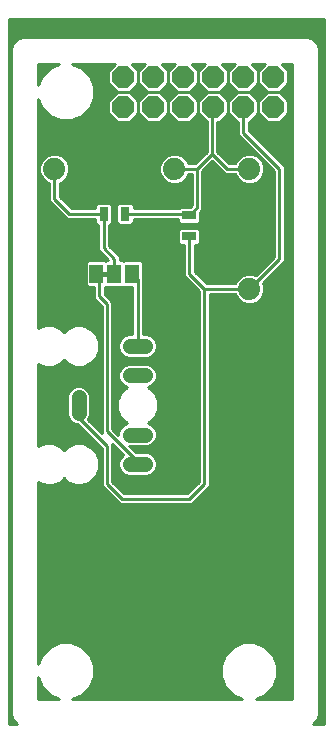
<source format=gtl>
G75*
%MOIN*%
%OFA0B0*%
%FSLAX25Y25*%
%IPPOS*%
%LPD*%
%AMOC8*
5,1,8,0,0,1.08239X$1,22.5*
%
%ADD10C,0.05118*%
%ADD11C,0.07400*%
%ADD12OC8,0.07400*%
%ADD13R,0.03150X0.04724*%
%ADD14R,0.04724X0.03150*%
%ADD15R,0.04600X0.06300*%
%ADD16C,0.01600*%
%ADD17C,0.01000*%
D10*
X0046689Y0093075D02*
X0051807Y0093075D01*
X0051807Y0102917D02*
X0046689Y0102917D01*
X0046689Y0122602D02*
X0051807Y0122602D01*
X0051807Y0132445D02*
X0046689Y0132445D01*
X0029563Y0115319D02*
X0029563Y0110201D01*
D11*
X0021500Y0191500D03*
X0061500Y0191500D03*
X0086500Y0191500D03*
X0086500Y0151500D03*
D12*
X0084453Y0212091D03*
X0084453Y0222091D03*
X0074453Y0222091D03*
X0074453Y0212091D03*
X0064453Y0212091D03*
X0064453Y0222091D03*
X0054453Y0222091D03*
X0054453Y0212091D03*
X0044453Y0212091D03*
X0044453Y0222091D03*
X0094453Y0222091D03*
X0094453Y0212091D03*
D13*
X0045043Y0176500D03*
X0037957Y0176500D03*
D14*
X0066500Y0176043D03*
X0066500Y0168957D03*
D15*
X0047500Y0156500D03*
X0041500Y0156500D03*
X0035500Y0156500D03*
D16*
X0036500Y0156500D02*
X0041500Y0156500D01*
D17*
X0009151Y0006500D02*
X0006500Y0006500D01*
X0006500Y0241500D01*
X0111500Y0241500D01*
X0111500Y0006500D01*
X0107550Y0006500D01*
X0107750Y0006583D01*
X0109016Y0007849D01*
X0109701Y0009503D01*
X0109701Y0231765D01*
X0109016Y0233419D01*
X0107750Y0234685D01*
X0106096Y0235370D01*
X0010605Y0235370D01*
X0008951Y0234685D01*
X0007685Y0233419D01*
X0007000Y0231765D01*
X0007000Y0009503D01*
X0007685Y0007849D01*
X0008951Y0006583D01*
X0009151Y0006500D01*
X0008132Y0007402D02*
X0006500Y0007402D01*
X0006500Y0008400D02*
X0007457Y0008400D01*
X0007043Y0009399D02*
X0006500Y0009399D01*
X0006500Y0010397D02*
X0007000Y0010397D01*
X0007000Y0011396D02*
X0006500Y0011396D01*
X0006500Y0012394D02*
X0007000Y0012394D01*
X0007000Y0013393D02*
X0006500Y0013393D01*
X0006500Y0014391D02*
X0007000Y0014391D01*
X0007000Y0015390D02*
X0006500Y0015390D01*
X0006500Y0016388D02*
X0007000Y0016388D01*
X0007000Y0017387D02*
X0006500Y0017387D01*
X0006500Y0018385D02*
X0007000Y0018385D01*
X0007000Y0019384D02*
X0006500Y0019384D01*
X0006500Y0020382D02*
X0007000Y0020382D01*
X0007000Y0021381D02*
X0006500Y0021381D01*
X0006500Y0022379D02*
X0007000Y0022379D01*
X0007000Y0023378D02*
X0006500Y0023378D01*
X0006500Y0024376D02*
X0007000Y0024376D01*
X0007000Y0025375D02*
X0006500Y0025375D01*
X0006500Y0026373D02*
X0007000Y0026373D01*
X0007000Y0027372D02*
X0006500Y0027372D01*
X0006500Y0028370D02*
X0007000Y0028370D01*
X0007000Y0029369D02*
X0006500Y0029369D01*
X0006500Y0030368D02*
X0007000Y0030368D01*
X0007000Y0031366D02*
X0006500Y0031366D01*
X0006500Y0032365D02*
X0007000Y0032365D01*
X0007000Y0033363D02*
X0006500Y0033363D01*
X0006500Y0034362D02*
X0007000Y0034362D01*
X0007000Y0035360D02*
X0006500Y0035360D01*
X0006500Y0036359D02*
X0007000Y0036359D01*
X0007000Y0037357D02*
X0006500Y0037357D01*
X0006500Y0038356D02*
X0007000Y0038356D01*
X0007000Y0039354D02*
X0006500Y0039354D01*
X0006500Y0040353D02*
X0007000Y0040353D01*
X0007000Y0041351D02*
X0006500Y0041351D01*
X0006500Y0042350D02*
X0007000Y0042350D01*
X0007000Y0043348D02*
X0006500Y0043348D01*
X0006500Y0044347D02*
X0007000Y0044347D01*
X0007000Y0045345D02*
X0006500Y0045345D01*
X0006500Y0046344D02*
X0007000Y0046344D01*
X0007000Y0047342D02*
X0006500Y0047342D01*
X0006500Y0048341D02*
X0007000Y0048341D01*
X0007000Y0049339D02*
X0006500Y0049339D01*
X0006500Y0050338D02*
X0007000Y0050338D01*
X0007000Y0051336D02*
X0006500Y0051336D01*
X0006500Y0052335D02*
X0007000Y0052335D01*
X0007000Y0053333D02*
X0006500Y0053333D01*
X0006500Y0054332D02*
X0007000Y0054332D01*
X0007000Y0055330D02*
X0006500Y0055330D01*
X0006500Y0056329D02*
X0007000Y0056329D01*
X0007000Y0057327D02*
X0006500Y0057327D01*
X0006500Y0058326D02*
X0007000Y0058326D01*
X0007000Y0059324D02*
X0006500Y0059324D01*
X0006500Y0060323D02*
X0007000Y0060323D01*
X0007000Y0061321D02*
X0006500Y0061321D01*
X0006500Y0062320D02*
X0007000Y0062320D01*
X0007000Y0063318D02*
X0006500Y0063318D01*
X0006500Y0064317D02*
X0007000Y0064317D01*
X0007000Y0065315D02*
X0006500Y0065315D01*
X0006500Y0066314D02*
X0007000Y0066314D01*
X0007000Y0067312D02*
X0006500Y0067312D01*
X0006500Y0068311D02*
X0007000Y0068311D01*
X0007000Y0069309D02*
X0006500Y0069309D01*
X0006500Y0070308D02*
X0007000Y0070308D01*
X0007000Y0071306D02*
X0006500Y0071306D01*
X0006500Y0072305D02*
X0007000Y0072305D01*
X0007000Y0073303D02*
X0006500Y0073303D01*
X0006500Y0074302D02*
X0007000Y0074302D01*
X0007000Y0075301D02*
X0006500Y0075301D01*
X0006500Y0076299D02*
X0007000Y0076299D01*
X0007000Y0077298D02*
X0006500Y0077298D01*
X0006500Y0078296D02*
X0007000Y0078296D01*
X0007000Y0079295D02*
X0006500Y0079295D01*
X0006500Y0080293D02*
X0007000Y0080293D01*
X0007000Y0081292D02*
X0006500Y0081292D01*
X0006500Y0082290D02*
X0007000Y0082290D01*
X0007000Y0083289D02*
X0006500Y0083289D01*
X0006500Y0084287D02*
X0007000Y0084287D01*
X0007000Y0085286D02*
X0006500Y0085286D01*
X0006500Y0086284D02*
X0007000Y0086284D01*
X0007000Y0087283D02*
X0006500Y0087283D01*
X0006500Y0088281D02*
X0007000Y0088281D01*
X0007000Y0089280D02*
X0006500Y0089280D01*
X0006500Y0090278D02*
X0007000Y0090278D01*
X0007000Y0091277D02*
X0006500Y0091277D01*
X0006500Y0092275D02*
X0007000Y0092275D01*
X0007000Y0093274D02*
X0006500Y0093274D01*
X0006500Y0094272D02*
X0007000Y0094272D01*
X0007000Y0095271D02*
X0006500Y0095271D01*
X0006500Y0096269D02*
X0007000Y0096269D01*
X0007000Y0097268D02*
X0006500Y0097268D01*
X0006500Y0098266D02*
X0007000Y0098266D01*
X0007000Y0099265D02*
X0006500Y0099265D01*
X0006500Y0100263D02*
X0007000Y0100263D01*
X0007000Y0101262D02*
X0006500Y0101262D01*
X0006500Y0102260D02*
X0007000Y0102260D01*
X0007000Y0103259D02*
X0006500Y0103259D01*
X0006500Y0104257D02*
X0007000Y0104257D01*
X0007000Y0105256D02*
X0006500Y0105256D01*
X0006500Y0106254D02*
X0007000Y0106254D01*
X0007000Y0107253D02*
X0006500Y0107253D01*
X0006500Y0108251D02*
X0007000Y0108251D01*
X0007000Y0109250D02*
X0006500Y0109250D01*
X0006500Y0110248D02*
X0007000Y0110248D01*
X0007000Y0111247D02*
X0006500Y0111247D01*
X0006500Y0112245D02*
X0007000Y0112245D01*
X0007000Y0113244D02*
X0006500Y0113244D01*
X0006500Y0114242D02*
X0007000Y0114242D01*
X0007000Y0115241D02*
X0006500Y0115241D01*
X0006500Y0116239D02*
X0007000Y0116239D01*
X0007000Y0117238D02*
X0006500Y0117238D01*
X0006500Y0118237D02*
X0007000Y0118237D01*
X0007000Y0119235D02*
X0006500Y0119235D01*
X0006500Y0120234D02*
X0007000Y0120234D01*
X0007000Y0121232D02*
X0006500Y0121232D01*
X0006500Y0122231D02*
X0007000Y0122231D01*
X0007000Y0123229D02*
X0006500Y0123229D01*
X0006500Y0124228D02*
X0007000Y0124228D01*
X0007000Y0125226D02*
X0006500Y0125226D01*
X0006500Y0126225D02*
X0007000Y0126225D01*
X0007000Y0127223D02*
X0006500Y0127223D01*
X0006500Y0128222D02*
X0007000Y0128222D01*
X0007000Y0129220D02*
X0006500Y0129220D01*
X0006500Y0130219D02*
X0007000Y0130219D01*
X0007000Y0131217D02*
X0006500Y0131217D01*
X0006500Y0132216D02*
X0007000Y0132216D01*
X0007000Y0133214D02*
X0006500Y0133214D01*
X0006500Y0134213D02*
X0007000Y0134213D01*
X0007000Y0135211D02*
X0006500Y0135211D01*
X0006500Y0136210D02*
X0007000Y0136210D01*
X0007000Y0137208D02*
X0006500Y0137208D01*
X0006500Y0138207D02*
X0007000Y0138207D01*
X0007000Y0139205D02*
X0006500Y0139205D01*
X0006500Y0140204D02*
X0007000Y0140204D01*
X0007000Y0141202D02*
X0006500Y0141202D01*
X0006500Y0142201D02*
X0007000Y0142201D01*
X0007000Y0143199D02*
X0006500Y0143199D01*
X0006500Y0144198D02*
X0007000Y0144198D01*
X0007000Y0145196D02*
X0006500Y0145196D01*
X0006500Y0146195D02*
X0007000Y0146195D01*
X0007000Y0147193D02*
X0006500Y0147193D01*
X0006500Y0148192D02*
X0007000Y0148192D01*
X0007000Y0149190D02*
X0006500Y0149190D01*
X0006500Y0150189D02*
X0007000Y0150189D01*
X0007000Y0151187D02*
X0006500Y0151187D01*
X0006500Y0152186D02*
X0007000Y0152186D01*
X0007000Y0153184D02*
X0006500Y0153184D01*
X0006500Y0154183D02*
X0007000Y0154183D01*
X0007000Y0155181D02*
X0006500Y0155181D01*
X0006500Y0156180D02*
X0007000Y0156180D01*
X0007000Y0157178D02*
X0006500Y0157178D01*
X0006500Y0158177D02*
X0007000Y0158177D01*
X0007000Y0159175D02*
X0006500Y0159175D01*
X0006500Y0160174D02*
X0007000Y0160174D01*
X0007000Y0161172D02*
X0006500Y0161172D01*
X0006500Y0162171D02*
X0007000Y0162171D01*
X0007000Y0163170D02*
X0006500Y0163170D01*
X0006500Y0164168D02*
X0007000Y0164168D01*
X0007000Y0165167D02*
X0006500Y0165167D01*
X0006500Y0166165D02*
X0007000Y0166165D01*
X0007000Y0167164D02*
X0006500Y0167164D01*
X0006500Y0168162D02*
X0007000Y0168162D01*
X0007000Y0169161D02*
X0006500Y0169161D01*
X0006500Y0170159D02*
X0007000Y0170159D01*
X0007000Y0171158D02*
X0006500Y0171158D01*
X0006500Y0172156D02*
X0007000Y0172156D01*
X0007000Y0173155D02*
X0006500Y0173155D01*
X0006500Y0174153D02*
X0007000Y0174153D01*
X0007000Y0175152D02*
X0006500Y0175152D01*
X0006500Y0176150D02*
X0007000Y0176150D01*
X0007000Y0177149D02*
X0006500Y0177149D01*
X0006500Y0178147D02*
X0007000Y0178147D01*
X0007000Y0179146D02*
X0006500Y0179146D01*
X0006500Y0180144D02*
X0007000Y0180144D01*
X0007000Y0181143D02*
X0006500Y0181143D01*
X0006500Y0182141D02*
X0007000Y0182141D01*
X0007000Y0183140D02*
X0006500Y0183140D01*
X0006500Y0184138D02*
X0007000Y0184138D01*
X0007000Y0185137D02*
X0006500Y0185137D01*
X0006500Y0186135D02*
X0007000Y0186135D01*
X0007000Y0187134D02*
X0006500Y0187134D01*
X0006500Y0188132D02*
X0007000Y0188132D01*
X0007000Y0189131D02*
X0006500Y0189131D01*
X0006500Y0190129D02*
X0007000Y0190129D01*
X0007000Y0191128D02*
X0006500Y0191128D01*
X0006500Y0192126D02*
X0007000Y0192126D01*
X0007000Y0193125D02*
X0006500Y0193125D01*
X0006500Y0194123D02*
X0007000Y0194123D01*
X0007000Y0195122D02*
X0006500Y0195122D01*
X0006500Y0196120D02*
X0007000Y0196120D01*
X0007000Y0197119D02*
X0006500Y0197119D01*
X0006500Y0198117D02*
X0007000Y0198117D01*
X0007000Y0199116D02*
X0006500Y0199116D01*
X0006500Y0200114D02*
X0007000Y0200114D01*
X0007000Y0201113D02*
X0006500Y0201113D01*
X0006500Y0202111D02*
X0007000Y0202111D01*
X0007000Y0203110D02*
X0006500Y0203110D01*
X0006500Y0204108D02*
X0007000Y0204108D01*
X0007000Y0205107D02*
X0006500Y0205107D01*
X0006500Y0206105D02*
X0007000Y0206105D01*
X0007000Y0207104D02*
X0006500Y0207104D01*
X0006500Y0208103D02*
X0007000Y0208103D01*
X0007000Y0209101D02*
X0006500Y0209101D01*
X0006500Y0210100D02*
X0007000Y0210100D01*
X0007000Y0211098D02*
X0006500Y0211098D01*
X0006500Y0212097D02*
X0007000Y0212097D01*
X0007000Y0213095D02*
X0006500Y0213095D01*
X0006500Y0214094D02*
X0007000Y0214094D01*
X0007000Y0215092D02*
X0006500Y0215092D01*
X0006500Y0216091D02*
X0007000Y0216091D01*
X0007000Y0217089D02*
X0006500Y0217089D01*
X0006500Y0218088D02*
X0007000Y0218088D01*
X0007000Y0219086D02*
X0006500Y0219086D01*
X0006500Y0220085D02*
X0007000Y0220085D01*
X0007000Y0221083D02*
X0006500Y0221083D01*
X0006500Y0222082D02*
X0007000Y0222082D01*
X0007000Y0223080D02*
X0006500Y0223080D01*
X0006500Y0224079D02*
X0007000Y0224079D01*
X0007000Y0225077D02*
X0006500Y0225077D01*
X0006500Y0226076D02*
X0007000Y0226076D01*
X0007000Y0227074D02*
X0006500Y0227074D01*
X0006500Y0228073D02*
X0007000Y0228073D01*
X0007000Y0229071D02*
X0006500Y0229071D01*
X0006500Y0230070D02*
X0007000Y0230070D01*
X0007000Y0231068D02*
X0006500Y0231068D01*
X0006500Y0232067D02*
X0007125Y0232067D01*
X0007539Y0233065D02*
X0006500Y0233065D01*
X0006500Y0234064D02*
X0008330Y0234064D01*
X0009862Y0235062D02*
X0006500Y0235062D01*
X0006500Y0236061D02*
X0111500Y0236061D01*
X0111500Y0237059D02*
X0006500Y0237059D01*
X0006500Y0238058D02*
X0111500Y0238058D01*
X0111500Y0239056D02*
X0006500Y0239056D01*
X0006500Y0240055D02*
X0111500Y0240055D01*
X0111500Y0241053D02*
X0006500Y0241053D01*
X0016000Y0226370D02*
X0016000Y0219316D01*
X0017289Y0222429D01*
X0019941Y0225081D01*
X0023054Y0226370D01*
X0016000Y0226370D01*
X0016000Y0226076D02*
X0022343Y0226076D01*
X0019937Y0225077D02*
X0016000Y0225077D01*
X0016000Y0224079D02*
X0018939Y0224079D01*
X0017940Y0223080D02*
X0016000Y0223080D01*
X0016000Y0222082D02*
X0017145Y0222082D01*
X0016732Y0221083D02*
X0016000Y0221083D01*
X0016000Y0220085D02*
X0016318Y0220085D01*
X0016000Y0214865D02*
X0017289Y0211752D01*
X0019941Y0209100D01*
X0023405Y0207666D01*
X0027154Y0207666D01*
X0030618Y0209100D01*
X0033270Y0211752D01*
X0034705Y0215216D01*
X0034705Y0218965D01*
X0033270Y0222429D01*
X0030618Y0225081D01*
X0027505Y0226370D01*
X0041661Y0226370D01*
X0039453Y0224162D01*
X0039453Y0220019D01*
X0042382Y0217091D01*
X0046524Y0217091D01*
X0049453Y0220019D01*
X0052382Y0217091D01*
X0056524Y0217091D01*
X0059453Y0220019D01*
X0062382Y0217091D01*
X0066524Y0217091D01*
X0069453Y0220019D01*
X0072382Y0217091D01*
X0076524Y0217091D01*
X0079453Y0220019D01*
X0082382Y0217091D01*
X0086524Y0217091D01*
X0089453Y0220019D01*
X0092382Y0217091D01*
X0096524Y0217091D01*
X0099453Y0220019D01*
X0099453Y0224162D01*
X0097244Y0226370D01*
X0100701Y0226370D01*
X0100701Y0014898D01*
X0088529Y0014898D01*
X0091642Y0016187D01*
X0094293Y0018838D01*
X0095728Y0022302D01*
X0095728Y0026052D01*
X0094293Y0029516D01*
X0091642Y0032167D01*
X0088178Y0033602D01*
X0084428Y0033602D01*
X0080964Y0032167D01*
X0078313Y0029516D01*
X0076878Y0026052D01*
X0076878Y0022302D01*
X0078313Y0018838D01*
X0080964Y0016187D01*
X0084077Y0014898D01*
X0027505Y0014898D01*
X0030618Y0016187D01*
X0033270Y0018838D01*
X0034705Y0022302D01*
X0034705Y0026052D01*
X0033270Y0029516D01*
X0030618Y0032167D01*
X0027154Y0033602D01*
X0023405Y0033602D01*
X0019941Y0032167D01*
X0017289Y0029516D01*
X0016000Y0026403D01*
X0016000Y0087188D01*
X0018355Y0086213D01*
X0021085Y0086213D01*
X0023608Y0087257D01*
X0024642Y0088291D01*
X0025676Y0087257D01*
X0028198Y0086213D01*
X0030928Y0086213D01*
X0033450Y0087257D01*
X0035380Y0089188D01*
X0036425Y0091710D01*
X0036425Y0094440D01*
X0035380Y0096962D01*
X0033450Y0098892D01*
X0030928Y0099937D01*
X0028198Y0099937D01*
X0025676Y0098892D01*
X0024642Y0097858D01*
X0023608Y0098892D01*
X0021085Y0099937D01*
X0018355Y0099937D01*
X0016000Y0098961D01*
X0016000Y0126558D01*
X0018355Y0125583D01*
X0021085Y0125583D01*
X0023608Y0126627D01*
X0024642Y0127662D01*
X0025676Y0126627D01*
X0028198Y0125583D01*
X0030928Y0125583D01*
X0033450Y0126627D01*
X0035380Y0128558D01*
X0036425Y0131080D01*
X0036425Y0133810D01*
X0035380Y0136332D01*
X0033450Y0138262D01*
X0030928Y0139307D01*
X0028198Y0139307D01*
X0025676Y0138262D01*
X0024642Y0137228D01*
X0023608Y0138262D01*
X0021085Y0139307D01*
X0018355Y0139307D01*
X0016000Y0138331D01*
X0016000Y0214865D01*
X0016000Y0214094D02*
X0016319Y0214094D01*
X0016000Y0213095D02*
X0016733Y0213095D01*
X0017147Y0212097D02*
X0016000Y0212097D01*
X0016000Y0211098D02*
X0017943Y0211098D01*
X0018942Y0210100D02*
X0016000Y0210100D01*
X0016000Y0209101D02*
X0019940Y0209101D01*
X0022350Y0208103D02*
X0016000Y0208103D01*
X0016000Y0207104D02*
X0042368Y0207104D01*
X0042382Y0207091D02*
X0046524Y0207091D01*
X0049453Y0210019D01*
X0052382Y0207091D01*
X0056524Y0207091D01*
X0059453Y0210019D01*
X0062382Y0207091D01*
X0066524Y0207091D01*
X0069453Y0210019D01*
X0072200Y0207272D01*
X0072200Y0197246D01*
X0068254Y0193300D01*
X0066166Y0193300D01*
X0065739Y0194332D01*
X0064332Y0195739D01*
X0062495Y0196500D01*
X0060505Y0196500D01*
X0058668Y0195739D01*
X0057261Y0194332D01*
X0056500Y0192495D01*
X0056500Y0190505D01*
X0057261Y0188668D01*
X0058668Y0187261D01*
X0060505Y0186500D01*
X0062495Y0186500D01*
X0064332Y0187261D01*
X0065739Y0188668D01*
X0066166Y0189700D01*
X0067200Y0189700D01*
X0067200Y0179289D01*
X0066829Y0178918D01*
X0063599Y0178918D01*
X0062981Y0178300D01*
X0047918Y0178300D01*
X0047918Y0179401D01*
X0047157Y0180162D01*
X0042930Y0180162D01*
X0042169Y0179401D01*
X0042169Y0173599D01*
X0042930Y0172838D01*
X0047157Y0172838D01*
X0047918Y0173599D01*
X0047918Y0174700D01*
X0062838Y0174700D01*
X0062838Y0173930D01*
X0063599Y0173169D01*
X0069401Y0173169D01*
X0070162Y0173930D01*
X0070162Y0177160D01*
X0070800Y0177798D01*
X0070800Y0190754D01*
X0074000Y0193954D01*
X0078254Y0189700D01*
X0081834Y0189700D01*
X0082261Y0188668D01*
X0083668Y0187261D01*
X0085505Y0186500D01*
X0087495Y0186500D01*
X0089332Y0187261D01*
X0090739Y0188668D01*
X0091500Y0190505D01*
X0091500Y0192495D01*
X0090739Y0194332D01*
X0089332Y0195739D01*
X0087495Y0196500D01*
X0085505Y0196500D01*
X0083668Y0195739D01*
X0082261Y0194332D01*
X0081834Y0193300D01*
X0079746Y0193300D01*
X0075800Y0197246D01*
X0075800Y0207091D01*
X0076524Y0207091D01*
X0079453Y0210019D01*
X0082382Y0207091D01*
X0082653Y0207091D01*
X0082653Y0202802D01*
X0094700Y0190754D01*
X0094700Y0162246D01*
X0088527Y0156072D01*
X0087495Y0156500D01*
X0085505Y0156500D01*
X0083668Y0155739D01*
X0082261Y0154332D01*
X0081834Y0153300D01*
X0072246Y0153300D01*
X0068300Y0157246D01*
X0068300Y0166082D01*
X0069401Y0166082D01*
X0070162Y0166843D01*
X0070162Y0171070D01*
X0069401Y0171831D01*
X0063599Y0171831D01*
X0062838Y0171070D01*
X0062838Y0166843D01*
X0063599Y0166082D01*
X0064700Y0166082D01*
X0064700Y0155754D01*
X0069700Y0150754D01*
X0069700Y0087246D01*
X0065754Y0083300D01*
X0044746Y0083300D01*
X0040800Y0087246D01*
X0040800Y0099654D01*
X0044306Y0096149D01*
X0043417Y0095261D01*
X0042830Y0093842D01*
X0042830Y0092307D01*
X0043417Y0090889D01*
X0044503Y0089803D01*
X0045921Y0089216D01*
X0052575Y0089216D01*
X0053993Y0089803D01*
X0055079Y0090889D01*
X0055666Y0092307D01*
X0055666Y0093842D01*
X0055079Y0095261D01*
X0053993Y0096346D01*
X0052575Y0096934D01*
X0048612Y0096934D01*
X0046487Y0099058D01*
X0052575Y0099058D01*
X0053993Y0099646D01*
X0055079Y0100731D01*
X0055666Y0102150D01*
X0055666Y0103685D01*
X0055079Y0105103D01*
X0053993Y0106189D01*
X0052655Y0106743D01*
X0053135Y0106942D01*
X0055066Y0108873D01*
X0056110Y0111395D01*
X0056110Y0114125D01*
X0055066Y0116647D01*
X0053135Y0118577D01*
X0052655Y0118776D01*
X0053993Y0119331D01*
X0055079Y0120416D01*
X0055666Y0121835D01*
X0055666Y0123370D01*
X0055079Y0124788D01*
X0053993Y0125874D01*
X0052575Y0126461D01*
X0045921Y0126461D01*
X0044503Y0125874D01*
X0043417Y0124788D01*
X0042830Y0123370D01*
X0042830Y0121835D01*
X0043417Y0120416D01*
X0044503Y0119331D01*
X0045841Y0118776D01*
X0045361Y0118577D01*
X0043431Y0116647D01*
X0042386Y0114125D01*
X0042386Y0111395D01*
X0043431Y0108873D01*
X0045361Y0106942D01*
X0045841Y0106743D01*
X0044503Y0106189D01*
X0043417Y0105103D01*
X0042830Y0103685D01*
X0042830Y0102716D01*
X0040800Y0104746D01*
X0040800Y0147246D01*
X0038300Y0149746D01*
X0038300Y0152050D01*
X0038338Y0152050D01*
X0038500Y0152212D01*
X0038662Y0152050D01*
X0044338Y0152050D01*
X0044500Y0152212D01*
X0044662Y0152050D01*
X0047448Y0152050D01*
X0047448Y0136304D01*
X0045921Y0136304D01*
X0044503Y0135716D01*
X0043417Y0134631D01*
X0042830Y0133212D01*
X0042830Y0131677D01*
X0043417Y0130259D01*
X0044503Y0129173D01*
X0045921Y0128586D01*
X0052575Y0128586D01*
X0053993Y0129173D01*
X0055079Y0130259D01*
X0055666Y0131677D01*
X0055666Y0133212D01*
X0055079Y0134631D01*
X0053993Y0135716D01*
X0052575Y0136304D01*
X0051048Y0136304D01*
X0051048Y0152760D01*
X0051100Y0152812D01*
X0051100Y0160188D01*
X0050338Y0160950D01*
X0044662Y0160950D01*
X0044500Y0160788D01*
X0044338Y0160950D01*
X0043300Y0160950D01*
X0043300Y0162246D01*
X0042246Y0163300D01*
X0039757Y0165789D01*
X0039757Y0172838D01*
X0040070Y0172838D01*
X0040831Y0173599D01*
X0040831Y0179401D01*
X0040070Y0180162D01*
X0035843Y0180162D01*
X0035082Y0179401D01*
X0035082Y0178300D01*
X0027246Y0178300D01*
X0023300Y0182246D01*
X0023300Y0186834D01*
X0024332Y0187261D01*
X0025739Y0188668D01*
X0026500Y0190505D01*
X0026500Y0192495D01*
X0025739Y0194332D01*
X0024332Y0195739D01*
X0022495Y0196500D01*
X0020505Y0196500D01*
X0018668Y0195739D01*
X0017261Y0194332D01*
X0016500Y0192495D01*
X0016500Y0190505D01*
X0017261Y0188668D01*
X0018668Y0187261D01*
X0019700Y0186834D01*
X0019700Y0180754D01*
X0024700Y0175754D01*
X0025754Y0174700D01*
X0035082Y0174700D01*
X0035082Y0173599D01*
X0035843Y0172838D01*
X0036157Y0172838D01*
X0036157Y0164298D01*
X0039504Y0160950D01*
X0038662Y0160950D01*
X0038500Y0160788D01*
X0038338Y0160950D01*
X0032662Y0160950D01*
X0031900Y0160188D01*
X0031900Y0152812D01*
X0032662Y0152050D01*
X0034700Y0152050D01*
X0034700Y0148254D01*
X0035754Y0147200D01*
X0035754Y0147200D01*
X0037200Y0145754D01*
X0037200Y0103346D01*
X0032683Y0107863D01*
X0032835Y0108015D01*
X0033422Y0109433D01*
X0033422Y0116087D01*
X0032835Y0117505D01*
X0031749Y0118590D01*
X0030331Y0119178D01*
X0028795Y0119178D01*
X0027377Y0118590D01*
X0026291Y0117505D01*
X0025704Y0116087D01*
X0025704Y0109433D01*
X0026291Y0108015D01*
X0027377Y0106929D01*
X0028795Y0106342D01*
X0029113Y0106342D01*
X0037200Y0098254D01*
X0037200Y0085754D01*
X0038254Y0084700D01*
X0042200Y0080754D01*
X0043254Y0079700D01*
X0067246Y0079700D01*
X0068300Y0080754D01*
X0072246Y0084700D01*
X0073300Y0085754D01*
X0073300Y0149700D01*
X0081834Y0149700D01*
X0082261Y0148668D01*
X0083668Y0147261D01*
X0085505Y0146500D01*
X0087495Y0146500D01*
X0089332Y0147261D01*
X0090739Y0148668D01*
X0091500Y0150505D01*
X0091500Y0152495D01*
X0091072Y0153527D01*
X0098300Y0160754D01*
X0098300Y0192246D01*
X0097246Y0193300D01*
X0086253Y0204293D01*
X0086253Y0207091D01*
X0086524Y0207091D01*
X0089453Y0210019D01*
X0092382Y0207091D01*
X0096524Y0207091D01*
X0099453Y0210019D01*
X0099453Y0214162D01*
X0096524Y0217091D01*
X0092382Y0217091D01*
X0089453Y0214162D01*
X0089453Y0210019D01*
X0089453Y0214162D01*
X0086524Y0217091D01*
X0082382Y0217091D01*
X0079453Y0214162D01*
X0079453Y0210019D01*
X0079453Y0214162D01*
X0076524Y0217091D01*
X0072382Y0217091D01*
X0069453Y0214162D01*
X0069453Y0210019D01*
X0069453Y0214162D01*
X0066524Y0217091D01*
X0062382Y0217091D01*
X0059453Y0214162D01*
X0059453Y0210019D01*
X0059453Y0214162D01*
X0056524Y0217091D01*
X0052382Y0217091D01*
X0049453Y0214162D01*
X0049453Y0210019D01*
X0049453Y0214162D01*
X0046524Y0217091D01*
X0042382Y0217091D01*
X0039453Y0214162D01*
X0039453Y0210019D01*
X0042382Y0207091D01*
X0041370Y0208103D02*
X0028209Y0208103D01*
X0030619Y0209101D02*
X0040371Y0209101D01*
X0039453Y0210100D02*
X0031617Y0210100D01*
X0032616Y0211098D02*
X0039453Y0211098D01*
X0039453Y0212097D02*
X0033412Y0212097D01*
X0033826Y0213095D02*
X0039453Y0213095D01*
X0039453Y0214094D02*
X0034240Y0214094D01*
X0034653Y0215092D02*
X0040383Y0215092D01*
X0041382Y0216091D02*
X0034705Y0216091D01*
X0034705Y0217089D02*
X0042380Y0217089D01*
X0041385Y0218088D02*
X0034705Y0218088D01*
X0034654Y0219086D02*
X0040386Y0219086D01*
X0039453Y0220085D02*
X0034241Y0220085D01*
X0033827Y0221083D02*
X0039453Y0221083D01*
X0039453Y0222082D02*
X0033414Y0222082D01*
X0032619Y0223080D02*
X0039453Y0223080D01*
X0039453Y0224079D02*
X0031620Y0224079D01*
X0030622Y0225077D02*
X0040368Y0225077D01*
X0041367Y0226076D02*
X0028216Y0226076D01*
X0016000Y0206105D02*
X0072200Y0206105D01*
X0072200Y0205107D02*
X0016000Y0205107D01*
X0016000Y0204108D02*
X0072200Y0204108D01*
X0072200Y0203110D02*
X0016000Y0203110D01*
X0016000Y0202111D02*
X0072200Y0202111D01*
X0072200Y0201113D02*
X0016000Y0201113D01*
X0016000Y0200114D02*
X0072200Y0200114D01*
X0072200Y0199116D02*
X0016000Y0199116D01*
X0016000Y0198117D02*
X0072200Y0198117D01*
X0072073Y0197119D02*
X0016000Y0197119D01*
X0016000Y0196120D02*
X0019589Y0196120D01*
X0018051Y0195122D02*
X0016000Y0195122D01*
X0016000Y0194123D02*
X0017175Y0194123D01*
X0016761Y0193125D02*
X0016000Y0193125D01*
X0016000Y0192126D02*
X0016500Y0192126D01*
X0016500Y0191128D02*
X0016000Y0191128D01*
X0016000Y0190129D02*
X0016656Y0190129D01*
X0017069Y0189131D02*
X0016000Y0189131D01*
X0016000Y0188132D02*
X0017797Y0188132D01*
X0018975Y0187134D02*
X0016000Y0187134D01*
X0016000Y0186135D02*
X0019700Y0186135D01*
X0019700Y0185137D02*
X0016000Y0185137D01*
X0016000Y0184138D02*
X0019700Y0184138D01*
X0019700Y0183140D02*
X0016000Y0183140D01*
X0016000Y0182141D02*
X0019700Y0182141D01*
X0019700Y0181143D02*
X0016000Y0181143D01*
X0016000Y0180144D02*
X0020310Y0180144D01*
X0021309Y0179146D02*
X0016000Y0179146D01*
X0016000Y0178147D02*
X0022307Y0178147D01*
X0023306Y0177149D02*
X0016000Y0177149D01*
X0016000Y0176150D02*
X0024304Y0176150D01*
X0025303Y0175152D02*
X0016000Y0175152D01*
X0016000Y0174153D02*
X0035082Y0174153D01*
X0035527Y0173155D02*
X0016000Y0173155D01*
X0016000Y0172156D02*
X0036157Y0172156D01*
X0036157Y0171158D02*
X0016000Y0171158D01*
X0016000Y0170159D02*
X0036157Y0170159D01*
X0036157Y0169161D02*
X0016000Y0169161D01*
X0016000Y0168162D02*
X0036157Y0168162D01*
X0036157Y0167164D02*
X0016000Y0167164D01*
X0016000Y0166165D02*
X0036157Y0166165D01*
X0036157Y0165167D02*
X0016000Y0165167D01*
X0016000Y0164168D02*
X0036286Y0164168D01*
X0037285Y0163170D02*
X0016000Y0163170D01*
X0016000Y0162171D02*
X0038283Y0162171D01*
X0039282Y0161172D02*
X0016000Y0161172D01*
X0016000Y0160174D02*
X0031900Y0160174D01*
X0031900Y0159175D02*
X0016000Y0159175D01*
X0016000Y0158177D02*
X0031900Y0158177D01*
X0031900Y0157178D02*
X0016000Y0157178D01*
X0016000Y0156180D02*
X0031900Y0156180D01*
X0031900Y0155181D02*
X0016000Y0155181D01*
X0016000Y0154183D02*
X0031900Y0154183D01*
X0031900Y0153184D02*
X0016000Y0153184D01*
X0016000Y0152186D02*
X0032526Y0152186D01*
X0034700Y0151187D02*
X0016000Y0151187D01*
X0016000Y0150189D02*
X0034700Y0150189D01*
X0034700Y0149190D02*
X0016000Y0149190D01*
X0016000Y0148192D02*
X0034763Y0148192D01*
X0035761Y0147193D02*
X0016000Y0147193D01*
X0016000Y0146195D02*
X0036760Y0146195D01*
X0037200Y0145196D02*
X0016000Y0145196D01*
X0016000Y0144198D02*
X0037200Y0144198D01*
X0037200Y0143199D02*
X0016000Y0143199D01*
X0016000Y0142201D02*
X0037200Y0142201D01*
X0037200Y0141202D02*
X0016000Y0141202D01*
X0016000Y0140204D02*
X0037200Y0140204D01*
X0037200Y0139205D02*
X0031174Y0139205D01*
X0033506Y0138207D02*
X0037200Y0138207D01*
X0037200Y0137208D02*
X0034504Y0137208D01*
X0035431Y0136210D02*
X0037200Y0136210D01*
X0037200Y0135211D02*
X0035845Y0135211D01*
X0036258Y0134213D02*
X0037200Y0134213D01*
X0037200Y0133214D02*
X0036425Y0133214D01*
X0036425Y0132216D02*
X0037200Y0132216D01*
X0037200Y0131217D02*
X0036425Y0131217D01*
X0036068Y0130219D02*
X0037200Y0130219D01*
X0037200Y0129220D02*
X0035655Y0129220D01*
X0035044Y0128222D02*
X0037200Y0128222D01*
X0037200Y0127223D02*
X0034046Y0127223D01*
X0032478Y0126225D02*
X0037200Y0126225D01*
X0037200Y0125226D02*
X0016000Y0125226D01*
X0016000Y0124228D02*
X0037200Y0124228D01*
X0037200Y0123229D02*
X0016000Y0123229D01*
X0016000Y0122231D02*
X0037200Y0122231D01*
X0037200Y0121232D02*
X0016000Y0121232D01*
X0016000Y0120234D02*
X0037200Y0120234D01*
X0037200Y0119235D02*
X0016000Y0119235D01*
X0016000Y0118237D02*
X0027023Y0118237D01*
X0026181Y0117238D02*
X0016000Y0117238D01*
X0016000Y0116239D02*
X0025767Y0116239D01*
X0025704Y0115241D02*
X0016000Y0115241D01*
X0016000Y0114242D02*
X0025704Y0114242D01*
X0025704Y0113244D02*
X0016000Y0113244D01*
X0016000Y0112245D02*
X0025704Y0112245D01*
X0025704Y0111247D02*
X0016000Y0111247D01*
X0016000Y0110248D02*
X0025704Y0110248D01*
X0025780Y0109250D02*
X0016000Y0109250D01*
X0016000Y0108251D02*
X0026193Y0108251D01*
X0027053Y0107253D02*
X0016000Y0107253D01*
X0016000Y0106254D02*
X0029200Y0106254D01*
X0030199Y0105256D02*
X0016000Y0105256D01*
X0016000Y0104257D02*
X0031197Y0104257D01*
X0032196Y0103259D02*
X0016000Y0103259D01*
X0016000Y0102260D02*
X0033194Y0102260D01*
X0034193Y0101262D02*
X0016000Y0101262D01*
X0016000Y0100263D02*
X0035191Y0100263D01*
X0036190Y0099265D02*
X0032551Y0099265D01*
X0034076Y0098266D02*
X0037188Y0098266D01*
X0037200Y0097268D02*
X0035075Y0097268D01*
X0035667Y0096269D02*
X0037200Y0096269D01*
X0037200Y0095271D02*
X0036081Y0095271D01*
X0036425Y0094272D02*
X0037200Y0094272D01*
X0037200Y0093274D02*
X0036425Y0093274D01*
X0036425Y0092275D02*
X0037200Y0092275D01*
X0037200Y0091277D02*
X0036246Y0091277D01*
X0035832Y0090278D02*
X0037200Y0090278D01*
X0037200Y0089280D02*
X0035419Y0089280D01*
X0034474Y0088281D02*
X0037200Y0088281D01*
X0037200Y0087283D02*
X0033475Y0087283D01*
X0031101Y0086284D02*
X0037200Y0086284D01*
X0037669Y0085286D02*
X0016000Y0085286D01*
X0016000Y0086284D02*
X0018183Y0086284D01*
X0016000Y0084287D02*
X0038667Y0084287D01*
X0039666Y0083289D02*
X0016000Y0083289D01*
X0016000Y0082290D02*
X0040664Y0082290D01*
X0041663Y0081292D02*
X0016000Y0081292D01*
X0016000Y0080293D02*
X0042661Y0080293D01*
X0044000Y0081500D02*
X0066500Y0081500D01*
X0071500Y0086500D01*
X0071500Y0151500D01*
X0086500Y0151500D01*
X0096500Y0161500D01*
X0096500Y0191500D01*
X0084453Y0203547D01*
X0084453Y0212091D01*
X0086537Y0207104D02*
X0092368Y0207104D01*
X0091370Y0208103D02*
X0087536Y0208103D01*
X0088534Y0209101D02*
X0090371Y0209101D01*
X0089453Y0210100D02*
X0089453Y0210100D01*
X0089453Y0211098D02*
X0089453Y0211098D01*
X0089453Y0212097D02*
X0089453Y0212097D01*
X0089453Y0213095D02*
X0089453Y0213095D01*
X0089453Y0214094D02*
X0089453Y0214094D01*
X0088522Y0215092D02*
X0090383Y0215092D01*
X0091382Y0216091D02*
X0087524Y0216091D01*
X0086525Y0217089D02*
X0092380Y0217089D01*
X0091385Y0218088D02*
X0087521Y0218088D01*
X0088519Y0219086D02*
X0090386Y0219086D01*
X0089453Y0220019D02*
X0089453Y0224162D01*
X0091661Y0226370D01*
X0087244Y0226370D01*
X0089453Y0224162D01*
X0089453Y0220019D01*
X0089453Y0220085D02*
X0089453Y0220085D01*
X0089453Y0221083D02*
X0089453Y0221083D01*
X0089453Y0222082D02*
X0089453Y0222082D01*
X0089453Y0223080D02*
X0089453Y0223080D01*
X0089453Y0224079D02*
X0089453Y0224079D01*
X0090368Y0225077D02*
X0088537Y0225077D01*
X0087539Y0226076D02*
X0091367Y0226076D01*
X0096525Y0217089D02*
X0100701Y0217089D01*
X0100701Y0216091D02*
X0097524Y0216091D01*
X0098522Y0215092D02*
X0100701Y0215092D01*
X0100701Y0214094D02*
X0099453Y0214094D01*
X0099453Y0213095D02*
X0100701Y0213095D01*
X0100701Y0212097D02*
X0099453Y0212097D01*
X0099453Y0211098D02*
X0100701Y0211098D01*
X0100701Y0210100D02*
X0099453Y0210100D01*
X0098534Y0209101D02*
X0100701Y0209101D01*
X0100701Y0208103D02*
X0097536Y0208103D01*
X0096537Y0207104D02*
X0100701Y0207104D01*
X0100701Y0206105D02*
X0086253Y0206105D01*
X0086253Y0205107D02*
X0100701Y0205107D01*
X0100701Y0204108D02*
X0086437Y0204108D01*
X0087436Y0203110D02*
X0100701Y0203110D01*
X0100701Y0202111D02*
X0088434Y0202111D01*
X0089433Y0201113D02*
X0100701Y0201113D01*
X0100701Y0200114D02*
X0090431Y0200114D01*
X0091430Y0199116D02*
X0100701Y0199116D01*
X0100701Y0198117D02*
X0092428Y0198117D01*
X0093427Y0197119D02*
X0100701Y0197119D01*
X0100701Y0196120D02*
X0094425Y0196120D01*
X0095424Y0195122D02*
X0100701Y0195122D01*
X0100701Y0194123D02*
X0096422Y0194123D01*
X0097421Y0193125D02*
X0100701Y0193125D01*
X0100701Y0192126D02*
X0098300Y0192126D01*
X0098300Y0191128D02*
X0100701Y0191128D01*
X0100701Y0190129D02*
X0098300Y0190129D01*
X0098300Y0189131D02*
X0100701Y0189131D01*
X0100701Y0188132D02*
X0098300Y0188132D01*
X0098300Y0187134D02*
X0100701Y0187134D01*
X0100701Y0186135D02*
X0098300Y0186135D01*
X0098300Y0185137D02*
X0100701Y0185137D01*
X0100701Y0184138D02*
X0098300Y0184138D01*
X0098300Y0183140D02*
X0100701Y0183140D01*
X0100701Y0182141D02*
X0098300Y0182141D01*
X0098300Y0181143D02*
X0100701Y0181143D01*
X0100701Y0180144D02*
X0098300Y0180144D01*
X0098300Y0179146D02*
X0100701Y0179146D01*
X0100701Y0178147D02*
X0098300Y0178147D01*
X0098300Y0177149D02*
X0100701Y0177149D01*
X0100701Y0176150D02*
X0098300Y0176150D01*
X0098300Y0175152D02*
X0100701Y0175152D01*
X0100701Y0174153D02*
X0098300Y0174153D01*
X0098300Y0173155D02*
X0100701Y0173155D01*
X0100701Y0172156D02*
X0098300Y0172156D01*
X0098300Y0171158D02*
X0100701Y0171158D01*
X0100701Y0170159D02*
X0098300Y0170159D01*
X0098300Y0169161D02*
X0100701Y0169161D01*
X0100701Y0168162D02*
X0098300Y0168162D01*
X0098300Y0167164D02*
X0100701Y0167164D01*
X0100701Y0166165D02*
X0098300Y0166165D01*
X0098300Y0165167D02*
X0100701Y0165167D01*
X0100701Y0164168D02*
X0098300Y0164168D01*
X0098300Y0163170D02*
X0100701Y0163170D01*
X0100701Y0162171D02*
X0098300Y0162171D01*
X0098300Y0161172D02*
X0100701Y0161172D01*
X0100701Y0160174D02*
X0097720Y0160174D01*
X0096721Y0159175D02*
X0100701Y0159175D01*
X0100701Y0158177D02*
X0095723Y0158177D01*
X0094724Y0157178D02*
X0100701Y0157178D01*
X0100701Y0156180D02*
X0093726Y0156180D01*
X0092727Y0155181D02*
X0100701Y0155181D01*
X0100701Y0154183D02*
X0091728Y0154183D01*
X0091214Y0153184D02*
X0100701Y0153184D01*
X0100701Y0152186D02*
X0091500Y0152186D01*
X0091500Y0151187D02*
X0100701Y0151187D01*
X0100701Y0150189D02*
X0091369Y0150189D01*
X0090955Y0149190D02*
X0100701Y0149190D01*
X0100701Y0148192D02*
X0090263Y0148192D01*
X0089168Y0147193D02*
X0100701Y0147193D01*
X0100701Y0146195D02*
X0073300Y0146195D01*
X0073300Y0147193D02*
X0083832Y0147193D01*
X0082737Y0148192D02*
X0073300Y0148192D01*
X0073300Y0149190D02*
X0082045Y0149190D01*
X0082199Y0154183D02*
X0071363Y0154183D01*
X0070364Y0155181D02*
X0083110Y0155181D01*
X0084733Y0156180D02*
X0069366Y0156180D01*
X0068367Y0157178D02*
X0089633Y0157178D01*
X0088634Y0156180D02*
X0088267Y0156180D01*
X0090631Y0158177D02*
X0068300Y0158177D01*
X0068300Y0159175D02*
X0091630Y0159175D01*
X0092628Y0160174D02*
X0068300Y0160174D01*
X0068300Y0161172D02*
X0093627Y0161172D01*
X0094625Y0162171D02*
X0068300Y0162171D01*
X0068300Y0163170D02*
X0094700Y0163170D01*
X0094700Y0164168D02*
X0068300Y0164168D01*
X0068300Y0165167D02*
X0094700Y0165167D01*
X0094700Y0166165D02*
X0069484Y0166165D01*
X0070162Y0167164D02*
X0094700Y0167164D01*
X0094700Y0168162D02*
X0070162Y0168162D01*
X0070162Y0169161D02*
X0094700Y0169161D01*
X0094700Y0170159D02*
X0070162Y0170159D01*
X0070075Y0171158D02*
X0094700Y0171158D01*
X0094700Y0172156D02*
X0039757Y0172156D01*
X0039757Y0171158D02*
X0062925Y0171158D01*
X0062838Y0170159D02*
X0039757Y0170159D01*
X0039757Y0169161D02*
X0062838Y0169161D01*
X0062838Y0168162D02*
X0039757Y0168162D01*
X0039757Y0167164D02*
X0062838Y0167164D01*
X0063516Y0166165D02*
X0039757Y0166165D01*
X0040379Y0165167D02*
X0064700Y0165167D01*
X0064700Y0164168D02*
X0041378Y0164168D01*
X0042376Y0163170D02*
X0064700Y0163170D01*
X0064700Y0162171D02*
X0043300Y0162171D01*
X0043300Y0161172D02*
X0064700Y0161172D01*
X0064700Y0160174D02*
X0051100Y0160174D01*
X0051100Y0159175D02*
X0064700Y0159175D01*
X0064700Y0158177D02*
X0051100Y0158177D01*
X0051100Y0157178D02*
X0064700Y0157178D01*
X0064700Y0156180D02*
X0051100Y0156180D01*
X0051100Y0155181D02*
X0065273Y0155181D01*
X0066271Y0154183D02*
X0051100Y0154183D01*
X0051100Y0153184D02*
X0067270Y0153184D01*
X0068269Y0152186D02*
X0051048Y0152186D01*
X0051048Y0151187D02*
X0069267Y0151187D01*
X0069700Y0150189D02*
X0051048Y0150189D01*
X0051048Y0149190D02*
X0069700Y0149190D01*
X0069700Y0148192D02*
X0051048Y0148192D01*
X0051048Y0147193D02*
X0069700Y0147193D01*
X0069700Y0146195D02*
X0051048Y0146195D01*
X0051048Y0145196D02*
X0069700Y0145196D01*
X0069700Y0144198D02*
X0051048Y0144198D01*
X0051048Y0143199D02*
X0069700Y0143199D01*
X0069700Y0142201D02*
X0051048Y0142201D01*
X0051048Y0141202D02*
X0069700Y0141202D01*
X0069700Y0140204D02*
X0051048Y0140204D01*
X0051048Y0139205D02*
X0069700Y0139205D01*
X0069700Y0138207D02*
X0051048Y0138207D01*
X0051048Y0137208D02*
X0069700Y0137208D01*
X0069700Y0136210D02*
X0052802Y0136210D01*
X0054498Y0135211D02*
X0069700Y0135211D01*
X0069700Y0134213D02*
X0055252Y0134213D01*
X0055665Y0133214D02*
X0069700Y0133214D01*
X0069700Y0132216D02*
X0055666Y0132216D01*
X0055476Y0131217D02*
X0069700Y0131217D01*
X0069700Y0130219D02*
X0055038Y0130219D01*
X0054040Y0129220D02*
X0069700Y0129220D01*
X0069700Y0128222D02*
X0040800Y0128222D01*
X0040800Y0129220D02*
X0044456Y0129220D01*
X0043458Y0130219D02*
X0040800Y0130219D01*
X0040800Y0131217D02*
X0043020Y0131217D01*
X0042830Y0132216D02*
X0040800Y0132216D01*
X0040800Y0133214D02*
X0042831Y0133214D01*
X0043244Y0134213D02*
X0040800Y0134213D01*
X0040800Y0135211D02*
X0043998Y0135211D01*
X0045694Y0136210D02*
X0040800Y0136210D01*
X0040800Y0137208D02*
X0047448Y0137208D01*
X0047448Y0138207D02*
X0040800Y0138207D01*
X0040800Y0139205D02*
X0047448Y0139205D01*
X0047448Y0140204D02*
X0040800Y0140204D01*
X0040800Y0141202D02*
X0047448Y0141202D01*
X0047448Y0142201D02*
X0040800Y0142201D01*
X0040800Y0143199D02*
X0047448Y0143199D01*
X0047448Y0144198D02*
X0040800Y0144198D01*
X0040800Y0145196D02*
X0047448Y0145196D01*
X0047448Y0146195D02*
X0040800Y0146195D01*
X0040800Y0147193D02*
X0047448Y0147193D01*
X0047448Y0148192D02*
X0039854Y0148192D01*
X0038855Y0149190D02*
X0047448Y0149190D01*
X0047448Y0150189D02*
X0038300Y0150189D01*
X0038300Y0151187D02*
X0047448Y0151187D01*
X0049248Y0154752D02*
X0047500Y0156500D01*
X0049248Y0154752D02*
X0049248Y0132445D01*
X0045350Y0126225D02*
X0040800Y0126225D01*
X0040800Y0127223D02*
X0069700Y0127223D01*
X0069700Y0126225D02*
X0053146Y0126225D01*
X0054641Y0125226D02*
X0069700Y0125226D01*
X0069700Y0124228D02*
X0055311Y0124228D01*
X0055666Y0123229D02*
X0069700Y0123229D01*
X0069700Y0122231D02*
X0055666Y0122231D01*
X0055416Y0121232D02*
X0069700Y0121232D01*
X0069700Y0120234D02*
X0054896Y0120234D01*
X0053762Y0119235D02*
X0069700Y0119235D01*
X0069700Y0118237D02*
X0053476Y0118237D01*
X0054474Y0117238D02*
X0069700Y0117238D01*
X0069700Y0116239D02*
X0055234Y0116239D01*
X0055648Y0115241D02*
X0069700Y0115241D01*
X0069700Y0114242D02*
X0056062Y0114242D01*
X0056110Y0113244D02*
X0069700Y0113244D01*
X0069700Y0112245D02*
X0056110Y0112245D01*
X0056049Y0111247D02*
X0069700Y0111247D01*
X0069700Y0110248D02*
X0055635Y0110248D01*
X0055222Y0109250D02*
X0069700Y0109250D01*
X0069700Y0108251D02*
X0054444Y0108251D01*
X0053446Y0107253D02*
X0069700Y0107253D01*
X0069700Y0106254D02*
X0053835Y0106254D01*
X0054926Y0105256D02*
X0069700Y0105256D01*
X0069700Y0104257D02*
X0055429Y0104257D01*
X0055666Y0103259D02*
X0069700Y0103259D01*
X0069700Y0102260D02*
X0055666Y0102260D01*
X0055298Y0101262D02*
X0069700Y0101262D01*
X0069700Y0100263D02*
X0054611Y0100263D01*
X0053073Y0099265D02*
X0069700Y0099265D01*
X0069700Y0098266D02*
X0047279Y0098266D01*
X0048278Y0097268D02*
X0069700Y0097268D01*
X0069700Y0096269D02*
X0054070Y0096269D01*
X0055069Y0095271D02*
X0069700Y0095271D01*
X0069700Y0094272D02*
X0055488Y0094272D01*
X0055666Y0093274D02*
X0069700Y0093274D01*
X0069700Y0092275D02*
X0055653Y0092275D01*
X0055239Y0091277D02*
X0069700Y0091277D01*
X0069700Y0090278D02*
X0054468Y0090278D01*
X0052729Y0089280D02*
X0069700Y0089280D01*
X0069700Y0088281D02*
X0040800Y0088281D01*
X0040800Y0087283D02*
X0069700Y0087283D01*
X0068739Y0086284D02*
X0041761Y0086284D01*
X0042760Y0085286D02*
X0067740Y0085286D01*
X0066742Y0084287D02*
X0043758Y0084287D01*
X0044000Y0081500D02*
X0039000Y0086500D01*
X0039000Y0099000D01*
X0029563Y0108437D01*
X0029563Y0112760D01*
X0032945Y0117238D02*
X0037200Y0117238D01*
X0037200Y0118237D02*
X0032103Y0118237D01*
X0033359Y0116239D02*
X0037200Y0116239D01*
X0037200Y0115241D02*
X0033422Y0115241D01*
X0033422Y0114242D02*
X0037200Y0114242D01*
X0037200Y0113244D02*
X0033422Y0113244D01*
X0033422Y0112245D02*
X0037200Y0112245D01*
X0037200Y0111247D02*
X0033422Y0111247D01*
X0033422Y0110248D02*
X0037200Y0110248D01*
X0037200Y0109250D02*
X0033346Y0109250D01*
X0032933Y0108251D02*
X0037200Y0108251D01*
X0037200Y0107253D02*
X0033293Y0107253D01*
X0034291Y0106254D02*
X0037200Y0106254D01*
X0037200Y0105256D02*
X0035290Y0105256D01*
X0036288Y0104257D02*
X0037200Y0104257D01*
X0039000Y0104000D02*
X0039000Y0146500D01*
X0036500Y0149000D01*
X0036500Y0155500D01*
X0035500Y0156500D01*
X0038474Y0152186D02*
X0038526Y0152186D01*
X0041500Y0156500D02*
X0041500Y0161500D01*
X0037957Y0165043D01*
X0037957Y0176500D01*
X0026500Y0176500D01*
X0021500Y0181500D01*
X0021500Y0191500D01*
X0023411Y0196120D02*
X0059589Y0196120D01*
X0058051Y0195122D02*
X0024949Y0195122D01*
X0025825Y0194123D02*
X0057175Y0194123D01*
X0056761Y0193125D02*
X0026239Y0193125D01*
X0026500Y0192126D02*
X0056500Y0192126D01*
X0056500Y0191128D02*
X0026500Y0191128D01*
X0026344Y0190129D02*
X0056656Y0190129D01*
X0057069Y0189131D02*
X0025931Y0189131D01*
X0025203Y0188132D02*
X0057797Y0188132D01*
X0058975Y0187134D02*
X0024025Y0187134D01*
X0023300Y0186135D02*
X0067200Y0186135D01*
X0067200Y0185137D02*
X0023300Y0185137D01*
X0023300Y0184138D02*
X0067200Y0184138D01*
X0067200Y0183140D02*
X0023300Y0183140D01*
X0023404Y0182141D02*
X0067200Y0182141D01*
X0067200Y0181143D02*
X0024403Y0181143D01*
X0025401Y0180144D02*
X0035825Y0180144D01*
X0035082Y0179146D02*
X0026400Y0179146D01*
X0040088Y0180144D02*
X0042912Y0180144D01*
X0042169Y0179146D02*
X0040831Y0179146D01*
X0040831Y0178147D02*
X0042169Y0178147D01*
X0042169Y0177149D02*
X0040831Y0177149D01*
X0040831Y0176150D02*
X0042169Y0176150D01*
X0042169Y0175152D02*
X0040831Y0175152D01*
X0040831Y0174153D02*
X0042169Y0174153D01*
X0042613Y0173155D02*
X0040387Y0173155D01*
X0045043Y0176500D02*
X0066043Y0176500D01*
X0066500Y0176043D01*
X0069000Y0178543D01*
X0069000Y0191500D01*
X0074000Y0196500D01*
X0079000Y0191500D01*
X0086500Y0191500D01*
X0084589Y0196120D02*
X0076925Y0196120D01*
X0077924Y0195122D02*
X0083051Y0195122D01*
X0082175Y0194123D02*
X0078922Y0194123D01*
X0076827Y0191128D02*
X0071173Y0191128D01*
X0070800Y0190129D02*
X0077825Y0190129D01*
X0075828Y0192126D02*
X0072172Y0192126D01*
X0073170Y0193125D02*
X0074830Y0193125D01*
X0074000Y0196500D02*
X0074000Y0211638D01*
X0074453Y0212091D01*
X0077536Y0208103D02*
X0081370Y0208103D01*
X0080371Y0209101D02*
X0078534Y0209101D01*
X0079453Y0210100D02*
X0079453Y0210100D01*
X0079453Y0211098D02*
X0079453Y0211098D01*
X0079453Y0212097D02*
X0079453Y0212097D01*
X0079453Y0213095D02*
X0079453Y0213095D01*
X0079453Y0214094D02*
X0079453Y0214094D01*
X0078522Y0215092D02*
X0080383Y0215092D01*
X0081382Y0216091D02*
X0077524Y0216091D01*
X0076525Y0217089D02*
X0082380Y0217089D01*
X0081385Y0218088D02*
X0077521Y0218088D01*
X0078519Y0219086D02*
X0080386Y0219086D01*
X0079453Y0220019D02*
X0079453Y0224162D01*
X0081661Y0226370D01*
X0077244Y0226370D01*
X0079453Y0224162D01*
X0079453Y0220019D01*
X0079453Y0220085D02*
X0079453Y0220085D01*
X0079453Y0221083D02*
X0079453Y0221083D01*
X0079453Y0222082D02*
X0079453Y0222082D01*
X0079453Y0223080D02*
X0079453Y0223080D01*
X0079453Y0224079D02*
X0079453Y0224079D01*
X0080368Y0225077D02*
X0078537Y0225077D01*
X0077539Y0226076D02*
X0081367Y0226076D01*
X0072380Y0217089D02*
X0066525Y0217089D01*
X0067521Y0218088D02*
X0071385Y0218088D01*
X0070386Y0219086D02*
X0068519Y0219086D01*
X0069453Y0220019D02*
X0069453Y0224162D01*
X0069453Y0220019D01*
X0069453Y0220085D02*
X0069453Y0220085D01*
X0069453Y0221083D02*
X0069453Y0221083D01*
X0069453Y0222082D02*
X0069453Y0222082D01*
X0069453Y0223080D02*
X0069453Y0223080D01*
X0069453Y0224079D02*
X0069453Y0224079D01*
X0069453Y0224162D02*
X0071661Y0226370D01*
X0067244Y0226370D01*
X0069453Y0224162D01*
X0068537Y0225077D02*
X0070368Y0225077D01*
X0071367Y0226076D02*
X0067539Y0226076D01*
X0067524Y0216091D02*
X0071382Y0216091D01*
X0070383Y0215092D02*
X0068522Y0215092D01*
X0069453Y0214094D02*
X0069453Y0214094D01*
X0069453Y0213095D02*
X0069453Y0213095D01*
X0069453Y0212097D02*
X0069453Y0212097D01*
X0069453Y0211098D02*
X0069453Y0211098D01*
X0069453Y0210100D02*
X0069453Y0210100D01*
X0070371Y0209101D02*
X0068534Y0209101D01*
X0067536Y0208103D02*
X0071370Y0208103D01*
X0072200Y0207104D02*
X0066537Y0207104D01*
X0062368Y0207104D02*
X0056537Y0207104D01*
X0057536Y0208103D02*
X0061370Y0208103D01*
X0060371Y0209101D02*
X0058534Y0209101D01*
X0059453Y0210100D02*
X0059453Y0210100D01*
X0059453Y0211098D02*
X0059453Y0211098D01*
X0059453Y0212097D02*
X0059453Y0212097D01*
X0059453Y0213095D02*
X0059453Y0213095D01*
X0059453Y0214094D02*
X0059453Y0214094D01*
X0058522Y0215092D02*
X0060383Y0215092D01*
X0061382Y0216091D02*
X0057524Y0216091D01*
X0056525Y0217089D02*
X0062380Y0217089D01*
X0061385Y0218088D02*
X0057521Y0218088D01*
X0058519Y0219086D02*
X0060386Y0219086D01*
X0059453Y0220019D02*
X0059453Y0224162D01*
X0061661Y0226370D01*
X0057244Y0226370D01*
X0059453Y0224162D01*
X0059453Y0220019D01*
X0059453Y0220085D02*
X0059453Y0220085D01*
X0059453Y0221083D02*
X0059453Y0221083D01*
X0059453Y0222082D02*
X0059453Y0222082D01*
X0059453Y0223080D02*
X0059453Y0223080D01*
X0059453Y0224079D02*
X0059453Y0224079D01*
X0060368Y0225077D02*
X0058537Y0225077D01*
X0057539Y0226076D02*
X0061367Y0226076D01*
X0052380Y0217089D02*
X0046525Y0217089D01*
X0047521Y0218088D02*
X0051385Y0218088D01*
X0050386Y0219086D02*
X0048519Y0219086D01*
X0049453Y0220019D02*
X0049453Y0224162D01*
X0049453Y0220019D01*
X0049453Y0220085D02*
X0049453Y0220085D01*
X0049453Y0221083D02*
X0049453Y0221083D01*
X0049453Y0222082D02*
X0049453Y0222082D01*
X0049453Y0223080D02*
X0049453Y0223080D01*
X0049453Y0224079D02*
X0049453Y0224079D01*
X0049453Y0224162D02*
X0051661Y0226370D01*
X0047244Y0226370D01*
X0049453Y0224162D01*
X0048537Y0225077D02*
X0050368Y0225077D01*
X0051367Y0226076D02*
X0047539Y0226076D01*
X0047524Y0216091D02*
X0051382Y0216091D01*
X0050383Y0215092D02*
X0048522Y0215092D01*
X0049453Y0214094D02*
X0049453Y0214094D01*
X0049453Y0213095D02*
X0049453Y0213095D01*
X0049453Y0212097D02*
X0049453Y0212097D01*
X0049453Y0211098D02*
X0049453Y0211098D01*
X0049453Y0210100D02*
X0049453Y0210100D01*
X0050371Y0209101D02*
X0048534Y0209101D01*
X0047536Y0208103D02*
X0051370Y0208103D01*
X0052368Y0207104D02*
X0046537Y0207104D01*
X0047175Y0180144D02*
X0067200Y0180144D01*
X0067057Y0179146D02*
X0047918Y0179146D01*
X0047918Y0174153D02*
X0062838Y0174153D01*
X0066500Y0168957D02*
X0066500Y0156500D01*
X0071500Y0151500D01*
X0073300Y0145196D02*
X0100701Y0145196D01*
X0100701Y0144198D02*
X0073300Y0144198D01*
X0073300Y0143199D02*
X0100701Y0143199D01*
X0100701Y0142201D02*
X0073300Y0142201D01*
X0073300Y0141202D02*
X0100701Y0141202D01*
X0100701Y0140204D02*
X0073300Y0140204D01*
X0073300Y0139205D02*
X0100701Y0139205D01*
X0100701Y0138207D02*
X0073300Y0138207D01*
X0073300Y0137208D02*
X0100701Y0137208D01*
X0100701Y0136210D02*
X0073300Y0136210D01*
X0073300Y0135211D02*
X0100701Y0135211D01*
X0100701Y0134213D02*
X0073300Y0134213D01*
X0073300Y0133214D02*
X0100701Y0133214D01*
X0100701Y0132216D02*
X0073300Y0132216D01*
X0073300Y0131217D02*
X0100701Y0131217D01*
X0100701Y0130219D02*
X0073300Y0130219D01*
X0073300Y0129220D02*
X0100701Y0129220D01*
X0100701Y0128222D02*
X0073300Y0128222D01*
X0073300Y0127223D02*
X0100701Y0127223D01*
X0100701Y0126225D02*
X0073300Y0126225D01*
X0073300Y0125226D02*
X0100701Y0125226D01*
X0100701Y0124228D02*
X0073300Y0124228D01*
X0073300Y0123229D02*
X0100701Y0123229D01*
X0100701Y0122231D02*
X0073300Y0122231D01*
X0073300Y0121232D02*
X0100701Y0121232D01*
X0100701Y0120234D02*
X0073300Y0120234D01*
X0073300Y0119235D02*
X0100701Y0119235D01*
X0100701Y0118237D02*
X0073300Y0118237D01*
X0073300Y0117238D02*
X0100701Y0117238D01*
X0100701Y0116239D02*
X0073300Y0116239D01*
X0073300Y0115241D02*
X0100701Y0115241D01*
X0100701Y0114242D02*
X0073300Y0114242D01*
X0073300Y0113244D02*
X0100701Y0113244D01*
X0100701Y0112245D02*
X0073300Y0112245D01*
X0073300Y0111247D02*
X0100701Y0111247D01*
X0100701Y0110248D02*
X0073300Y0110248D01*
X0073300Y0109250D02*
X0100701Y0109250D01*
X0100701Y0108251D02*
X0073300Y0108251D01*
X0073300Y0107253D02*
X0100701Y0107253D01*
X0100701Y0106254D02*
X0073300Y0106254D01*
X0073300Y0105256D02*
X0100701Y0105256D01*
X0100701Y0104257D02*
X0073300Y0104257D01*
X0073300Y0103259D02*
X0100701Y0103259D01*
X0100701Y0102260D02*
X0073300Y0102260D01*
X0073300Y0101262D02*
X0100701Y0101262D01*
X0100701Y0100263D02*
X0073300Y0100263D01*
X0073300Y0099265D02*
X0100701Y0099265D01*
X0100701Y0098266D02*
X0073300Y0098266D01*
X0073300Y0097268D02*
X0100701Y0097268D01*
X0100701Y0096269D02*
X0073300Y0096269D01*
X0073300Y0095271D02*
X0100701Y0095271D01*
X0100701Y0094272D02*
X0073300Y0094272D01*
X0073300Y0093274D02*
X0100701Y0093274D01*
X0100701Y0092275D02*
X0073300Y0092275D01*
X0073300Y0091277D02*
X0100701Y0091277D01*
X0100701Y0090278D02*
X0073300Y0090278D01*
X0073300Y0089280D02*
X0100701Y0089280D01*
X0100701Y0088281D02*
X0073300Y0088281D01*
X0073300Y0087283D02*
X0100701Y0087283D01*
X0100701Y0086284D02*
X0073300Y0086284D01*
X0072831Y0085286D02*
X0100701Y0085286D01*
X0100701Y0084287D02*
X0071833Y0084287D01*
X0070834Y0083289D02*
X0100701Y0083289D01*
X0100701Y0082290D02*
X0069836Y0082290D01*
X0068837Y0081292D02*
X0100701Y0081292D01*
X0100701Y0080293D02*
X0067839Y0080293D01*
X0049248Y0093075D02*
X0049248Y0093752D01*
X0039000Y0104000D01*
X0040800Y0105256D02*
X0043570Y0105256D01*
X0043067Y0104257D02*
X0041288Y0104257D01*
X0042287Y0103259D02*
X0042830Y0103259D01*
X0044661Y0106254D02*
X0040800Y0106254D01*
X0040800Y0107253D02*
X0045050Y0107253D01*
X0044052Y0108251D02*
X0040800Y0108251D01*
X0040800Y0109250D02*
X0043274Y0109250D01*
X0042861Y0110248D02*
X0040800Y0110248D01*
X0040800Y0111247D02*
X0042447Y0111247D01*
X0042386Y0112245D02*
X0040800Y0112245D01*
X0040800Y0113244D02*
X0042386Y0113244D01*
X0042435Y0114242D02*
X0040800Y0114242D01*
X0040800Y0115241D02*
X0042848Y0115241D01*
X0043262Y0116239D02*
X0040800Y0116239D01*
X0040800Y0117238D02*
X0044022Y0117238D01*
X0045020Y0118237D02*
X0040800Y0118237D01*
X0040800Y0119235D02*
X0044734Y0119235D01*
X0043600Y0120234D02*
X0040800Y0120234D01*
X0040800Y0121232D02*
X0043080Y0121232D01*
X0042830Y0122231D02*
X0040800Y0122231D01*
X0040800Y0123229D02*
X0042830Y0123229D01*
X0043185Y0124228D02*
X0040800Y0124228D01*
X0040800Y0125226D02*
X0043855Y0125226D01*
X0041190Y0099265D02*
X0040800Y0099265D01*
X0040800Y0098266D02*
X0042188Y0098266D01*
X0043187Y0097268D02*
X0040800Y0097268D01*
X0040800Y0096269D02*
X0044185Y0096269D01*
X0043427Y0095271D02*
X0040800Y0095271D01*
X0040800Y0094272D02*
X0043008Y0094272D01*
X0042830Y0093274D02*
X0040800Y0093274D01*
X0040800Y0092275D02*
X0042843Y0092275D01*
X0043257Y0091277D02*
X0040800Y0091277D01*
X0040800Y0090278D02*
X0044028Y0090278D01*
X0045767Y0089280D02*
X0040800Y0089280D01*
X0028025Y0086284D02*
X0021258Y0086284D01*
X0023633Y0087283D02*
X0025651Y0087283D01*
X0024652Y0088281D02*
X0024631Y0088281D01*
X0024234Y0098266D02*
X0025050Y0098266D01*
X0026575Y0099265D02*
X0022708Y0099265D01*
X0016733Y0099265D02*
X0016000Y0099265D01*
X0016000Y0079295D02*
X0100701Y0079295D01*
X0100701Y0078296D02*
X0016000Y0078296D01*
X0016000Y0077298D02*
X0100701Y0077298D01*
X0100701Y0076299D02*
X0016000Y0076299D01*
X0016000Y0075301D02*
X0100701Y0075301D01*
X0100701Y0074302D02*
X0016000Y0074302D01*
X0016000Y0073303D02*
X0100701Y0073303D01*
X0100701Y0072305D02*
X0016000Y0072305D01*
X0016000Y0071306D02*
X0100701Y0071306D01*
X0100701Y0070308D02*
X0016000Y0070308D01*
X0016000Y0069309D02*
X0100701Y0069309D01*
X0100701Y0068311D02*
X0016000Y0068311D01*
X0016000Y0067312D02*
X0100701Y0067312D01*
X0100701Y0066314D02*
X0016000Y0066314D01*
X0016000Y0065315D02*
X0100701Y0065315D01*
X0100701Y0064317D02*
X0016000Y0064317D01*
X0016000Y0063318D02*
X0100701Y0063318D01*
X0100701Y0062320D02*
X0016000Y0062320D01*
X0016000Y0061321D02*
X0100701Y0061321D01*
X0100701Y0060323D02*
X0016000Y0060323D01*
X0016000Y0059324D02*
X0100701Y0059324D01*
X0100701Y0058326D02*
X0016000Y0058326D01*
X0016000Y0057327D02*
X0100701Y0057327D01*
X0100701Y0056329D02*
X0016000Y0056329D01*
X0016000Y0055330D02*
X0100701Y0055330D01*
X0100701Y0054332D02*
X0016000Y0054332D01*
X0016000Y0053333D02*
X0100701Y0053333D01*
X0100701Y0052335D02*
X0016000Y0052335D01*
X0016000Y0051336D02*
X0100701Y0051336D01*
X0100701Y0050338D02*
X0016000Y0050338D01*
X0016000Y0049339D02*
X0100701Y0049339D01*
X0100701Y0048341D02*
X0016000Y0048341D01*
X0016000Y0047342D02*
X0100701Y0047342D01*
X0100701Y0046344D02*
X0016000Y0046344D01*
X0016000Y0045345D02*
X0100701Y0045345D01*
X0100701Y0044347D02*
X0016000Y0044347D01*
X0016000Y0043348D02*
X0100701Y0043348D01*
X0100701Y0042350D02*
X0016000Y0042350D01*
X0016000Y0041351D02*
X0100701Y0041351D01*
X0100701Y0040353D02*
X0016000Y0040353D01*
X0016000Y0039354D02*
X0100701Y0039354D01*
X0100701Y0038356D02*
X0016000Y0038356D01*
X0016000Y0037357D02*
X0100701Y0037357D01*
X0100701Y0036359D02*
X0016000Y0036359D01*
X0016000Y0035360D02*
X0100701Y0035360D01*
X0100701Y0034362D02*
X0016000Y0034362D01*
X0016000Y0033363D02*
X0022828Y0033363D01*
X0020417Y0032365D02*
X0016000Y0032365D01*
X0016000Y0031366D02*
X0019139Y0031366D01*
X0018141Y0030368D02*
X0016000Y0030368D01*
X0016000Y0029369D02*
X0017229Y0029369D01*
X0016815Y0028370D02*
X0016000Y0028370D01*
X0016000Y0027372D02*
X0016401Y0027372D01*
X0016000Y0021951D02*
X0017289Y0018838D01*
X0019941Y0016187D01*
X0023054Y0014898D01*
X0016000Y0014898D01*
X0016000Y0021951D01*
X0016000Y0021381D02*
X0016236Y0021381D01*
X0016000Y0020382D02*
X0016650Y0020382D01*
X0017063Y0019384D02*
X0016000Y0019384D01*
X0016000Y0018385D02*
X0017742Y0018385D01*
X0018741Y0017387D02*
X0016000Y0017387D01*
X0016000Y0016388D02*
X0019739Y0016388D01*
X0021865Y0015390D02*
X0016000Y0015390D01*
X0027732Y0033363D02*
X0083851Y0033363D01*
X0081441Y0032365D02*
X0030142Y0032365D01*
X0031420Y0031366D02*
X0080163Y0031366D01*
X0079165Y0030368D02*
X0032418Y0030368D01*
X0033331Y0029369D02*
X0078252Y0029369D01*
X0077839Y0028370D02*
X0033744Y0028370D01*
X0034158Y0027372D02*
X0077425Y0027372D01*
X0077011Y0026373D02*
X0034571Y0026373D01*
X0034705Y0025375D02*
X0076878Y0025375D01*
X0076878Y0024376D02*
X0034705Y0024376D01*
X0034705Y0023378D02*
X0076878Y0023378D01*
X0076878Y0022379D02*
X0034705Y0022379D01*
X0034323Y0021381D02*
X0077260Y0021381D01*
X0077673Y0020382D02*
X0033909Y0020382D01*
X0033496Y0019384D02*
X0078087Y0019384D01*
X0078766Y0018385D02*
X0032817Y0018385D01*
X0031818Y0017387D02*
X0079764Y0017387D01*
X0080763Y0016388D02*
X0030820Y0016388D01*
X0028694Y0015390D02*
X0082889Y0015390D01*
X0089717Y0015390D02*
X0100701Y0015390D01*
X0100701Y0016388D02*
X0091843Y0016388D01*
X0092842Y0017387D02*
X0100701Y0017387D01*
X0100701Y0018385D02*
X0093840Y0018385D01*
X0094519Y0019384D02*
X0100701Y0019384D01*
X0100701Y0020382D02*
X0094933Y0020382D01*
X0095346Y0021381D02*
X0100701Y0021381D01*
X0100701Y0022379D02*
X0095728Y0022379D01*
X0095728Y0023378D02*
X0100701Y0023378D01*
X0100701Y0024376D02*
X0095728Y0024376D01*
X0095728Y0025375D02*
X0100701Y0025375D01*
X0100701Y0026373D02*
X0095595Y0026373D01*
X0095181Y0027372D02*
X0100701Y0027372D01*
X0100701Y0028370D02*
X0094768Y0028370D01*
X0094354Y0029369D02*
X0100701Y0029369D01*
X0100701Y0030368D02*
X0093442Y0030368D01*
X0092443Y0031366D02*
X0100701Y0031366D01*
X0100701Y0032365D02*
X0091166Y0032365D01*
X0088755Y0033363D02*
X0100701Y0033363D01*
X0109701Y0033363D02*
X0111500Y0033363D01*
X0111500Y0032365D02*
X0109701Y0032365D01*
X0109701Y0031366D02*
X0111500Y0031366D01*
X0111500Y0030368D02*
X0109701Y0030368D01*
X0109701Y0029369D02*
X0111500Y0029369D01*
X0111500Y0028370D02*
X0109701Y0028370D01*
X0109701Y0027372D02*
X0111500Y0027372D01*
X0111500Y0026373D02*
X0109701Y0026373D01*
X0109701Y0025375D02*
X0111500Y0025375D01*
X0111500Y0024376D02*
X0109701Y0024376D01*
X0109701Y0023378D02*
X0111500Y0023378D01*
X0111500Y0022379D02*
X0109701Y0022379D01*
X0109701Y0021381D02*
X0111500Y0021381D01*
X0111500Y0020382D02*
X0109701Y0020382D01*
X0109701Y0019384D02*
X0111500Y0019384D01*
X0111500Y0018385D02*
X0109701Y0018385D01*
X0109701Y0017387D02*
X0111500Y0017387D01*
X0111500Y0016388D02*
X0109701Y0016388D01*
X0109701Y0015390D02*
X0111500Y0015390D01*
X0111500Y0014391D02*
X0109701Y0014391D01*
X0109701Y0013393D02*
X0111500Y0013393D01*
X0111500Y0012394D02*
X0109701Y0012394D01*
X0109701Y0011396D02*
X0111500Y0011396D01*
X0111500Y0010397D02*
X0109701Y0010397D01*
X0109658Y0009399D02*
X0111500Y0009399D01*
X0111500Y0008400D02*
X0109244Y0008400D01*
X0108569Y0007402D02*
X0111500Y0007402D01*
X0111500Y0034362D02*
X0109701Y0034362D01*
X0109701Y0035360D02*
X0111500Y0035360D01*
X0111500Y0036359D02*
X0109701Y0036359D01*
X0109701Y0037357D02*
X0111500Y0037357D01*
X0111500Y0038356D02*
X0109701Y0038356D01*
X0109701Y0039354D02*
X0111500Y0039354D01*
X0111500Y0040353D02*
X0109701Y0040353D01*
X0109701Y0041351D02*
X0111500Y0041351D01*
X0111500Y0042350D02*
X0109701Y0042350D01*
X0109701Y0043348D02*
X0111500Y0043348D01*
X0111500Y0044347D02*
X0109701Y0044347D01*
X0109701Y0045345D02*
X0111500Y0045345D01*
X0111500Y0046344D02*
X0109701Y0046344D01*
X0109701Y0047342D02*
X0111500Y0047342D01*
X0111500Y0048341D02*
X0109701Y0048341D01*
X0109701Y0049339D02*
X0111500Y0049339D01*
X0111500Y0050338D02*
X0109701Y0050338D01*
X0109701Y0051336D02*
X0111500Y0051336D01*
X0111500Y0052335D02*
X0109701Y0052335D01*
X0109701Y0053333D02*
X0111500Y0053333D01*
X0111500Y0054332D02*
X0109701Y0054332D01*
X0109701Y0055330D02*
X0111500Y0055330D01*
X0111500Y0056329D02*
X0109701Y0056329D01*
X0109701Y0057327D02*
X0111500Y0057327D01*
X0111500Y0058326D02*
X0109701Y0058326D01*
X0109701Y0059324D02*
X0111500Y0059324D01*
X0111500Y0060323D02*
X0109701Y0060323D01*
X0109701Y0061321D02*
X0111500Y0061321D01*
X0111500Y0062320D02*
X0109701Y0062320D01*
X0109701Y0063318D02*
X0111500Y0063318D01*
X0111500Y0064317D02*
X0109701Y0064317D01*
X0109701Y0065315D02*
X0111500Y0065315D01*
X0111500Y0066314D02*
X0109701Y0066314D01*
X0109701Y0067312D02*
X0111500Y0067312D01*
X0111500Y0068311D02*
X0109701Y0068311D01*
X0109701Y0069309D02*
X0111500Y0069309D01*
X0111500Y0070308D02*
X0109701Y0070308D01*
X0109701Y0071306D02*
X0111500Y0071306D01*
X0111500Y0072305D02*
X0109701Y0072305D01*
X0109701Y0073303D02*
X0111500Y0073303D01*
X0111500Y0074302D02*
X0109701Y0074302D01*
X0109701Y0075301D02*
X0111500Y0075301D01*
X0111500Y0076299D02*
X0109701Y0076299D01*
X0109701Y0077298D02*
X0111500Y0077298D01*
X0111500Y0078296D02*
X0109701Y0078296D01*
X0109701Y0079295D02*
X0111500Y0079295D01*
X0111500Y0080293D02*
X0109701Y0080293D01*
X0109701Y0081292D02*
X0111500Y0081292D01*
X0111500Y0082290D02*
X0109701Y0082290D01*
X0109701Y0083289D02*
X0111500Y0083289D01*
X0111500Y0084287D02*
X0109701Y0084287D01*
X0109701Y0085286D02*
X0111500Y0085286D01*
X0111500Y0086284D02*
X0109701Y0086284D01*
X0109701Y0087283D02*
X0111500Y0087283D01*
X0111500Y0088281D02*
X0109701Y0088281D01*
X0109701Y0089280D02*
X0111500Y0089280D01*
X0111500Y0090278D02*
X0109701Y0090278D01*
X0109701Y0091277D02*
X0111500Y0091277D01*
X0111500Y0092275D02*
X0109701Y0092275D01*
X0109701Y0093274D02*
X0111500Y0093274D01*
X0111500Y0094272D02*
X0109701Y0094272D01*
X0109701Y0095271D02*
X0111500Y0095271D01*
X0111500Y0096269D02*
X0109701Y0096269D01*
X0109701Y0097268D02*
X0111500Y0097268D01*
X0111500Y0098266D02*
X0109701Y0098266D01*
X0109701Y0099265D02*
X0111500Y0099265D01*
X0111500Y0100263D02*
X0109701Y0100263D01*
X0109701Y0101262D02*
X0111500Y0101262D01*
X0111500Y0102260D02*
X0109701Y0102260D01*
X0109701Y0103259D02*
X0111500Y0103259D01*
X0111500Y0104257D02*
X0109701Y0104257D01*
X0109701Y0105256D02*
X0111500Y0105256D01*
X0111500Y0106254D02*
X0109701Y0106254D01*
X0109701Y0107253D02*
X0111500Y0107253D01*
X0111500Y0108251D02*
X0109701Y0108251D01*
X0109701Y0109250D02*
X0111500Y0109250D01*
X0111500Y0110248D02*
X0109701Y0110248D01*
X0109701Y0111247D02*
X0111500Y0111247D01*
X0111500Y0112245D02*
X0109701Y0112245D01*
X0109701Y0113244D02*
X0111500Y0113244D01*
X0111500Y0114242D02*
X0109701Y0114242D01*
X0109701Y0115241D02*
X0111500Y0115241D01*
X0111500Y0116239D02*
X0109701Y0116239D01*
X0109701Y0117238D02*
X0111500Y0117238D01*
X0111500Y0118237D02*
X0109701Y0118237D01*
X0109701Y0119235D02*
X0111500Y0119235D01*
X0111500Y0120234D02*
X0109701Y0120234D01*
X0109701Y0121232D02*
X0111500Y0121232D01*
X0111500Y0122231D02*
X0109701Y0122231D01*
X0109701Y0123229D02*
X0111500Y0123229D01*
X0111500Y0124228D02*
X0109701Y0124228D01*
X0109701Y0125226D02*
X0111500Y0125226D01*
X0111500Y0126225D02*
X0109701Y0126225D01*
X0109701Y0127223D02*
X0111500Y0127223D01*
X0111500Y0128222D02*
X0109701Y0128222D01*
X0109701Y0129220D02*
X0111500Y0129220D01*
X0111500Y0130219D02*
X0109701Y0130219D01*
X0109701Y0131217D02*
X0111500Y0131217D01*
X0111500Y0132216D02*
X0109701Y0132216D01*
X0109701Y0133214D02*
X0111500Y0133214D01*
X0111500Y0134213D02*
X0109701Y0134213D01*
X0109701Y0135211D02*
X0111500Y0135211D01*
X0111500Y0136210D02*
X0109701Y0136210D01*
X0109701Y0137208D02*
X0111500Y0137208D01*
X0111500Y0138207D02*
X0109701Y0138207D01*
X0109701Y0139205D02*
X0111500Y0139205D01*
X0111500Y0140204D02*
X0109701Y0140204D01*
X0109701Y0141202D02*
X0111500Y0141202D01*
X0111500Y0142201D02*
X0109701Y0142201D01*
X0109701Y0143199D02*
X0111500Y0143199D01*
X0111500Y0144198D02*
X0109701Y0144198D01*
X0109701Y0145196D02*
X0111500Y0145196D01*
X0111500Y0146195D02*
X0109701Y0146195D01*
X0109701Y0147193D02*
X0111500Y0147193D01*
X0111500Y0148192D02*
X0109701Y0148192D01*
X0109701Y0149190D02*
X0111500Y0149190D01*
X0111500Y0150189D02*
X0109701Y0150189D01*
X0109701Y0151187D02*
X0111500Y0151187D01*
X0111500Y0152186D02*
X0109701Y0152186D01*
X0109701Y0153184D02*
X0111500Y0153184D01*
X0111500Y0154183D02*
X0109701Y0154183D01*
X0109701Y0155181D02*
X0111500Y0155181D01*
X0111500Y0156180D02*
X0109701Y0156180D01*
X0109701Y0157178D02*
X0111500Y0157178D01*
X0111500Y0158177D02*
X0109701Y0158177D01*
X0109701Y0159175D02*
X0111500Y0159175D01*
X0111500Y0160174D02*
X0109701Y0160174D01*
X0109701Y0161172D02*
X0111500Y0161172D01*
X0111500Y0162171D02*
X0109701Y0162171D01*
X0109701Y0163170D02*
X0111500Y0163170D01*
X0111500Y0164168D02*
X0109701Y0164168D01*
X0109701Y0165167D02*
X0111500Y0165167D01*
X0111500Y0166165D02*
X0109701Y0166165D01*
X0109701Y0167164D02*
X0111500Y0167164D01*
X0111500Y0168162D02*
X0109701Y0168162D01*
X0109701Y0169161D02*
X0111500Y0169161D01*
X0111500Y0170159D02*
X0109701Y0170159D01*
X0109701Y0171158D02*
X0111500Y0171158D01*
X0111500Y0172156D02*
X0109701Y0172156D01*
X0109701Y0173155D02*
X0111500Y0173155D01*
X0111500Y0174153D02*
X0109701Y0174153D01*
X0109701Y0175152D02*
X0111500Y0175152D01*
X0111500Y0176150D02*
X0109701Y0176150D01*
X0109701Y0177149D02*
X0111500Y0177149D01*
X0111500Y0178147D02*
X0109701Y0178147D01*
X0109701Y0179146D02*
X0111500Y0179146D01*
X0111500Y0180144D02*
X0109701Y0180144D01*
X0109701Y0181143D02*
X0111500Y0181143D01*
X0111500Y0182141D02*
X0109701Y0182141D01*
X0109701Y0183140D02*
X0111500Y0183140D01*
X0111500Y0184138D02*
X0109701Y0184138D01*
X0109701Y0185137D02*
X0111500Y0185137D01*
X0111500Y0186135D02*
X0109701Y0186135D01*
X0109701Y0187134D02*
X0111500Y0187134D01*
X0111500Y0188132D02*
X0109701Y0188132D01*
X0109701Y0189131D02*
X0111500Y0189131D01*
X0111500Y0190129D02*
X0109701Y0190129D01*
X0109701Y0191128D02*
X0111500Y0191128D01*
X0111500Y0192126D02*
X0109701Y0192126D01*
X0109701Y0193125D02*
X0111500Y0193125D01*
X0111500Y0194123D02*
X0109701Y0194123D01*
X0109701Y0195122D02*
X0111500Y0195122D01*
X0111500Y0196120D02*
X0109701Y0196120D01*
X0109701Y0197119D02*
X0111500Y0197119D01*
X0111500Y0198117D02*
X0109701Y0198117D01*
X0109701Y0199116D02*
X0111500Y0199116D01*
X0111500Y0200114D02*
X0109701Y0200114D01*
X0109701Y0201113D02*
X0111500Y0201113D01*
X0111500Y0202111D02*
X0109701Y0202111D01*
X0109701Y0203110D02*
X0111500Y0203110D01*
X0111500Y0204108D02*
X0109701Y0204108D01*
X0109701Y0205107D02*
X0111500Y0205107D01*
X0111500Y0206105D02*
X0109701Y0206105D01*
X0109701Y0207104D02*
X0111500Y0207104D01*
X0111500Y0208103D02*
X0109701Y0208103D01*
X0109701Y0209101D02*
X0111500Y0209101D01*
X0111500Y0210100D02*
X0109701Y0210100D01*
X0109701Y0211098D02*
X0111500Y0211098D01*
X0111500Y0212097D02*
X0109701Y0212097D01*
X0109701Y0213095D02*
X0111500Y0213095D01*
X0111500Y0214094D02*
X0109701Y0214094D01*
X0109701Y0215092D02*
X0111500Y0215092D01*
X0111500Y0216091D02*
X0109701Y0216091D01*
X0109701Y0217089D02*
X0111500Y0217089D01*
X0111500Y0218088D02*
X0109701Y0218088D01*
X0109701Y0219086D02*
X0111500Y0219086D01*
X0111500Y0220085D02*
X0109701Y0220085D01*
X0109701Y0221083D02*
X0111500Y0221083D01*
X0111500Y0222082D02*
X0109701Y0222082D01*
X0109701Y0223080D02*
X0111500Y0223080D01*
X0111500Y0224079D02*
X0109701Y0224079D01*
X0109701Y0225077D02*
X0111500Y0225077D01*
X0111500Y0226076D02*
X0109701Y0226076D01*
X0109701Y0227074D02*
X0111500Y0227074D01*
X0111500Y0228073D02*
X0109701Y0228073D01*
X0109701Y0229071D02*
X0111500Y0229071D01*
X0111500Y0230070D02*
X0109701Y0230070D01*
X0109701Y0231068D02*
X0111500Y0231068D01*
X0111500Y0232067D02*
X0109576Y0232067D01*
X0109162Y0233065D02*
X0111500Y0233065D01*
X0111500Y0234064D02*
X0108371Y0234064D01*
X0106839Y0235062D02*
X0111500Y0235062D01*
X0100701Y0226076D02*
X0097539Y0226076D01*
X0098537Y0225077D02*
X0100701Y0225077D01*
X0100701Y0224079D02*
X0099453Y0224079D01*
X0099453Y0223080D02*
X0100701Y0223080D01*
X0100701Y0222082D02*
X0099453Y0222082D01*
X0099453Y0221083D02*
X0100701Y0221083D01*
X0100701Y0220085D02*
X0099453Y0220085D01*
X0098519Y0219086D02*
X0100701Y0219086D01*
X0100701Y0218088D02*
X0097521Y0218088D01*
X0087337Y0198117D02*
X0075800Y0198117D01*
X0075800Y0199116D02*
X0086338Y0199116D01*
X0085340Y0200114D02*
X0075800Y0200114D01*
X0075800Y0201113D02*
X0084341Y0201113D01*
X0083343Y0202111D02*
X0075800Y0202111D01*
X0075800Y0203110D02*
X0082653Y0203110D01*
X0082653Y0204108D02*
X0075800Y0204108D01*
X0075800Y0205107D02*
X0082653Y0205107D01*
X0082653Y0206105D02*
X0075800Y0206105D01*
X0076537Y0207104D02*
X0082368Y0207104D01*
X0088336Y0197119D02*
X0075927Y0197119D01*
X0071075Y0196120D02*
X0063411Y0196120D01*
X0064949Y0195122D02*
X0070076Y0195122D01*
X0069078Y0194123D02*
X0065825Y0194123D01*
X0065931Y0189131D02*
X0067200Y0189131D01*
X0067200Y0188132D02*
X0065203Y0188132D01*
X0064025Y0187134D02*
X0067200Y0187134D01*
X0069000Y0191500D02*
X0061500Y0191500D01*
X0070162Y0177149D02*
X0094700Y0177149D01*
X0094700Y0178147D02*
X0070800Y0178147D01*
X0070800Y0179146D02*
X0094700Y0179146D01*
X0094700Y0180144D02*
X0070800Y0180144D01*
X0070800Y0181143D02*
X0094700Y0181143D01*
X0094700Y0182141D02*
X0070800Y0182141D01*
X0070800Y0183140D02*
X0094700Y0183140D01*
X0094700Y0184138D02*
X0070800Y0184138D01*
X0070800Y0185137D02*
X0094700Y0185137D01*
X0094700Y0186135D02*
X0070800Y0186135D01*
X0070800Y0187134D02*
X0083975Y0187134D01*
X0082797Y0188132D02*
X0070800Y0188132D01*
X0070800Y0189131D02*
X0082069Y0189131D01*
X0088411Y0196120D02*
X0089334Y0196120D01*
X0089949Y0195122D02*
X0090333Y0195122D01*
X0090825Y0194123D02*
X0091331Y0194123D01*
X0091239Y0193125D02*
X0092330Y0193125D01*
X0091500Y0192126D02*
X0093328Y0192126D01*
X0094327Y0191128D02*
X0091500Y0191128D01*
X0091344Y0190129D02*
X0094700Y0190129D01*
X0094700Y0189131D02*
X0090931Y0189131D01*
X0090203Y0188132D02*
X0094700Y0188132D01*
X0094700Y0187134D02*
X0089025Y0187134D01*
X0094700Y0176150D02*
X0070162Y0176150D01*
X0070162Y0175152D02*
X0094700Y0175152D01*
X0094700Y0174153D02*
X0070162Y0174153D01*
X0047473Y0173155D02*
X0094700Y0173155D01*
X0044526Y0152186D02*
X0044474Y0152186D01*
X0027952Y0139205D02*
X0021331Y0139205D01*
X0023663Y0138207D02*
X0025620Y0138207D01*
X0025080Y0127223D02*
X0024203Y0127223D01*
X0022635Y0126225D02*
X0026648Y0126225D01*
X0018110Y0139205D02*
X0016000Y0139205D01*
X0016000Y0126225D02*
X0016806Y0126225D01*
M02*

</source>
